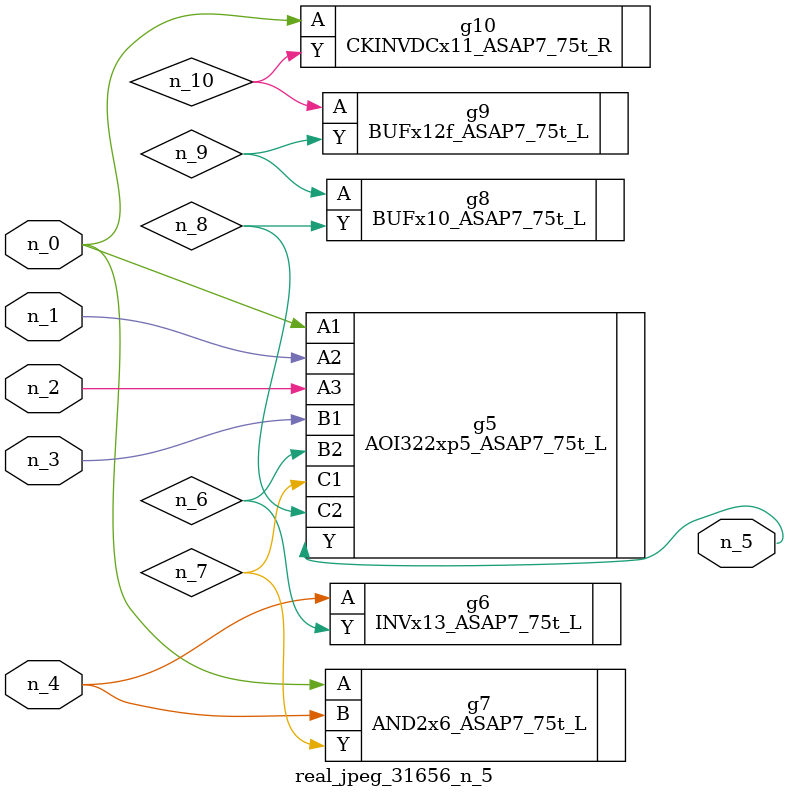
<source format=v>
module real_jpeg_31656_n_5 (n_4, n_0, n_1, n_2, n_3, n_5);

input n_4;
input n_0;
input n_1;
input n_2;
input n_3;

output n_5;

wire n_8;
wire n_6;
wire n_7;
wire n_10;
wire n_9;

AOI322xp5_ASAP7_75t_L g5 ( 
.A1(n_0),
.A2(n_1),
.A3(n_2),
.B1(n_3),
.B2(n_6),
.C1(n_7),
.C2(n_8),
.Y(n_5)
);

AND2x6_ASAP7_75t_L g7 ( 
.A(n_0),
.B(n_4),
.Y(n_7)
);

CKINVDCx11_ASAP7_75t_R g10 ( 
.A(n_0),
.Y(n_10)
);

INVx13_ASAP7_75t_L g6 ( 
.A(n_4),
.Y(n_6)
);

BUFx10_ASAP7_75t_L g8 ( 
.A(n_9),
.Y(n_8)
);

BUFx12f_ASAP7_75t_L g9 ( 
.A(n_10),
.Y(n_9)
);


endmodule
</source>
